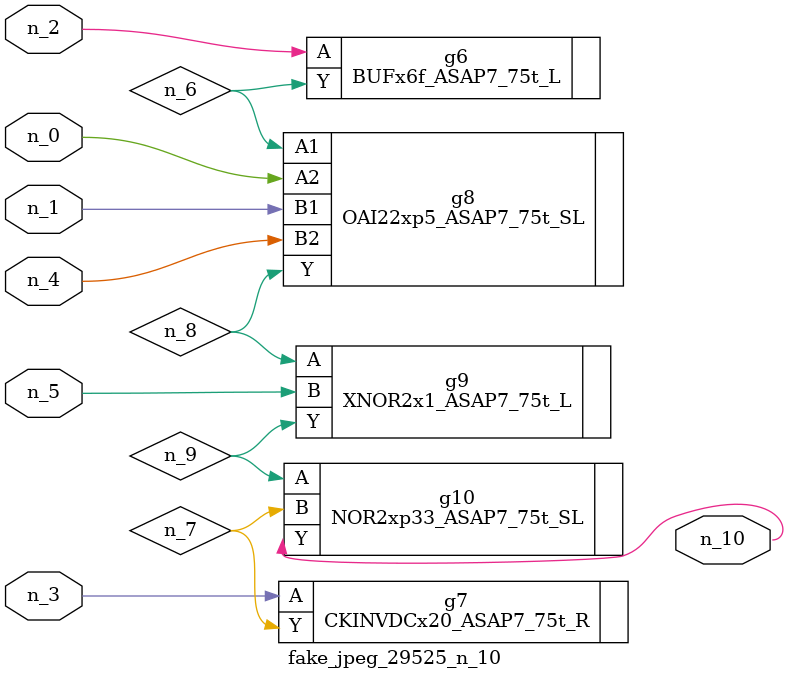
<source format=v>
module fake_jpeg_29525_n_10 (n_3, n_2, n_1, n_0, n_4, n_5, n_10);

input n_3;
input n_2;
input n_1;
input n_0;
input n_4;
input n_5;

output n_10;

wire n_8;
wire n_9;
wire n_6;
wire n_7;

BUFx6f_ASAP7_75t_L g6 ( 
.A(n_2),
.Y(n_6)
);

CKINVDCx20_ASAP7_75t_R g7 ( 
.A(n_3),
.Y(n_7)
);

OAI22xp5_ASAP7_75t_SL g8 ( 
.A1(n_6),
.A2(n_0),
.B1(n_1),
.B2(n_4),
.Y(n_8)
);

XNOR2x1_ASAP7_75t_L g9 ( 
.A(n_8),
.B(n_5),
.Y(n_9)
);

NOR2xp33_ASAP7_75t_SL g10 ( 
.A(n_9),
.B(n_7),
.Y(n_10)
);


endmodule
</source>
